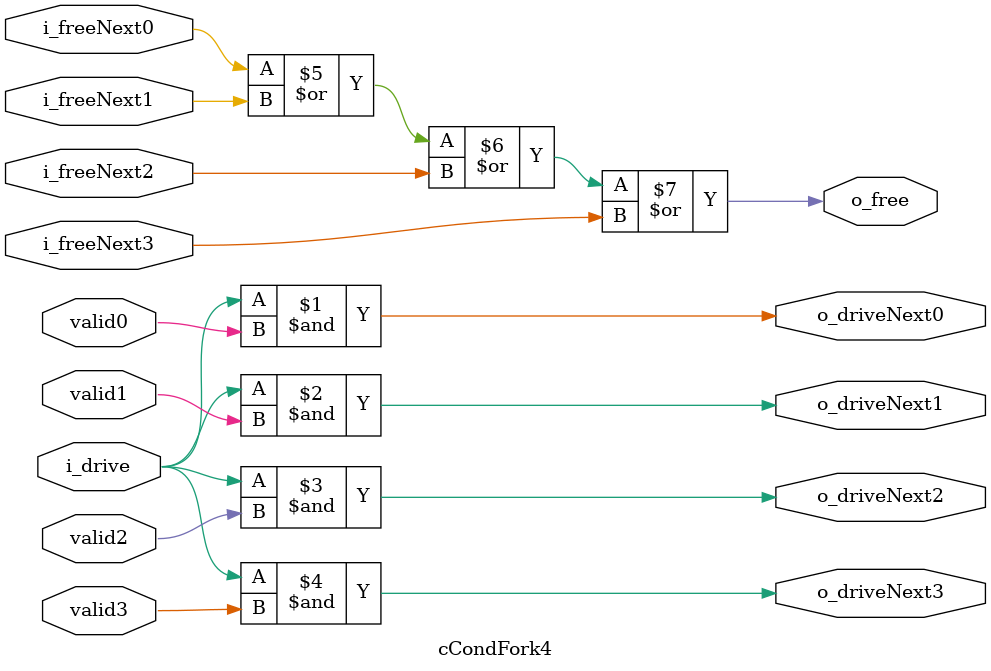
<source format=v>

`timescale 1ns / 1ps

module cCondFork4 (
    // in -->
    input       i_drive     ,
    output      o_free      ,
    // --> out0
    output      o_driveNext0,
    input       i_freeNext0 ,
    input       valid0      ,
    // --> out1
    output      o_driveNext1,
    input       i_freeNext1 ,
    input       valid1      ,
    // --> out2
    output      o_driveNext2,
    input       i_freeNext2 ,
    input       valid2      ,
    // --> out3
    output      o_driveNext3,
    input       i_freeNext3 ,
    input       valid3
);

// control logic
assign o_driveNext0 = i_drive & valid0;
assign o_driveNext1 = i_drive & valid1;
assign o_driveNext2 = i_drive & valid2;
assign o_driveNext3 = i_drive & valid3;

// simple free signal
// here can make some changes, if you need.
assign o_free       = i_freeNext0 | i_freeNext1 | i_freeNext2 | i_freeNext3;

endmodule


</source>
